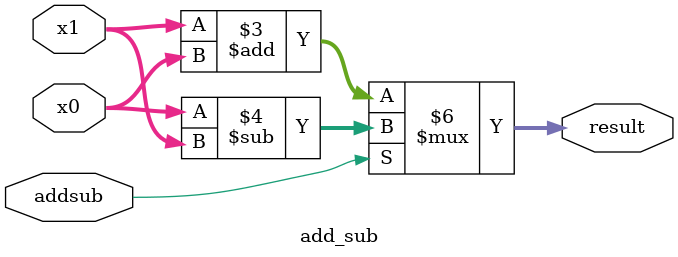
<source format=v>
`timescale 1ns / 1ps


// Module definition for a parameterized adder-subtractor.
// This module can perform either addition or subtraction based on the addsub control signal.
module add_sub #( 
    parameter N = 8  // Parameter N defines the width of the data inputs and output. Default is 8 bits.
)(
    input addsub,            // Control input: Determines operation mode (0 for addition, 1 for subtraction).
    input [N-1:0] x0,        // First input operand.
    input [N-1:0] x1,        // Second input operand.
    output reg [N-1:0] result  // Output: Result of the operation, either x0 + x1 or x0 - x1.
);

    // Combinational logic block: Sensitive to changes in the inputs.
    always @(*) begin
        if (addsub == 0)
            result = x1 + x0;  // Perform addition when addsub is 0.
        else
            result = x0 - x1;  // Perform subtraction when addsub is 1.    
    end
    
endmodule





</source>
